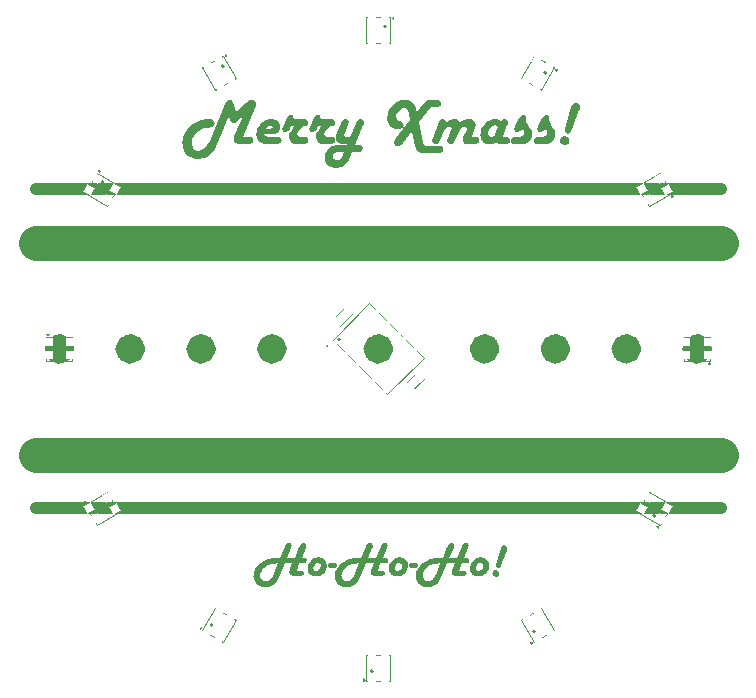
<source format=gto>
G04 #@! TF.GenerationSoftware,KiCad,Pcbnew,8.0.0*
G04 #@! TF.CreationDate,2024-12-09T22:18:02+01:00*
G04 #@! TF.ProjectId,xmasOrnament2024,786d6173-4f72-46e6-916d-656e74323032,rev?*
G04 #@! TF.SameCoordinates,Original*
G04 #@! TF.FileFunction,Legend,Top*
G04 #@! TF.FilePolarity,Positive*
%FSLAX46Y46*%
G04 Gerber Fmt 4.6, Leading zero omitted, Abs format (unit mm)*
G04 Created by KiCad (PCBNEW 8.0.0) date 2024-12-09 22:18:02*
%MOMM*%
%LPD*%
G01*
G04 APERTURE LIST*
G04 Aperture macros list*
%AMRotRect*
0 Rectangle, with rotation*
0 The origin of the aperture is its center*
0 $1 length*
0 $2 width*
0 $3 Rotation angle, in degrees counterclockwise*
0 Add horizontal line*
21,1,$1,$2,0,0,$3*%
G04 Aperture macros list end*
%ADD10C,1.250000*%
%ADD11C,3.000000*%
%ADD12C,1.000000*%
%ADD13C,0.100000*%
%ADD14C,0.200000*%
%ADD15R,0.700000X0.700000*%
%ADD16RotRect,0.700000X0.700000X30.000000*%
%ADD17RotRect,0.700000X0.700000X210.000000*%
%ADD18RotRect,1.350000X0.400000X45.000000*%
%ADD19RotRect,0.800000X0.950000X45.000000*%
%ADD20RotRect,0.700000X0.700000X330.000000*%
%ADD21RotRect,0.700000X0.700000X150.000000*%
%ADD22RotRect,0.700000X0.700000X240.000000*%
%ADD23RotRect,0.800000X0.950000X225.000000*%
%ADD24RotRect,0.700000X0.700000X300.000000*%
%ADD25RotRect,0.700000X0.700000X120.000000*%
%ADD26RotRect,0.700000X0.700000X60.000000*%
%ADD27C,0.100000*%
%ADD28O,1.200000X2.000000*%
%ADD29O,1.200000X2.300000*%
G04 APERTURE END LIST*
D10*
X123475000Y-95700000D02*
G75*
G02*
X122225000Y-95700000I-625000J0D01*
G01*
X122225000Y-95700000D02*
G75*
G02*
X123475000Y-95700000I625000J0D01*
G01*
D11*
X114850000Y-104700000D02*
X172850000Y-104700000D01*
D10*
X171475000Y-95700000D02*
G75*
G02*
X170225000Y-95700000I-625000J0D01*
G01*
X170225000Y-95700000D02*
G75*
G02*
X171475000Y-95700000I625000J0D01*
G01*
D12*
X114850000Y-82200000D02*
X172850000Y-82200000D01*
D10*
X135475000Y-95700000D02*
G75*
G02*
X134225000Y-95700000I-625000J0D01*
G01*
X134225000Y-95700000D02*
G75*
G02*
X135475000Y-95700000I625000J0D01*
G01*
X144475000Y-95700000D02*
G75*
G02*
X143225000Y-95700000I-625000J0D01*
G01*
X143225000Y-95700000D02*
G75*
G02*
X144475000Y-95700000I625000J0D01*
G01*
X153475000Y-95700000D02*
G75*
G02*
X152225000Y-95700000I-625000J0D01*
G01*
X152225000Y-95700000D02*
G75*
G02*
X153475000Y-95700000I625000J0D01*
G01*
D12*
X114850000Y-109200000D02*
X172850000Y-109200000D01*
D11*
X114850000Y-86700000D02*
X172850000Y-86700000D01*
D10*
X159475000Y-95700000D02*
G75*
G02*
X158225000Y-95700000I-625000J0D01*
G01*
X158225000Y-95700000D02*
G75*
G02*
X159475000Y-95700000I625000J0D01*
G01*
X129475000Y-95700000D02*
G75*
G02*
X128225000Y-95700000I-625000J0D01*
G01*
X128225000Y-95700000D02*
G75*
G02*
X129475000Y-95700000I625000J0D01*
G01*
X117475000Y-95700000D02*
G75*
G02*
X116225000Y-95700000I-625000J0D01*
G01*
X116225000Y-95700000D02*
G75*
G02*
X117475000Y-95700000I625000J0D01*
G01*
X165475000Y-95700000D02*
G75*
G02*
X164225000Y-95700000I-625000J0D01*
G01*
X164225000Y-95700000D02*
G75*
G02*
X165475000Y-95700000I625000J0D01*
G01*
D13*
G36*
X132433113Y-77734738D02*
G01*
X132877635Y-77734738D01*
X133079078Y-77758971D01*
X133241351Y-77886197D01*
X133259630Y-77982889D01*
X133207347Y-78174619D01*
X133125785Y-78260348D01*
X132941996Y-78340926D01*
X132751605Y-78360000D01*
X132229903Y-78360000D01*
X132033623Y-78343101D01*
X131840051Y-78274451D01*
X131788311Y-78239832D01*
X131667105Y-78082651D01*
X131632973Y-77894961D01*
X131669449Y-77691354D01*
X131741163Y-77492014D01*
X131748256Y-77474863D01*
X132454606Y-75809127D01*
X131924110Y-76396287D01*
X131773340Y-76534183D01*
X131585910Y-76608435D01*
X131564585Y-76609267D01*
X131381159Y-76529888D01*
X131290034Y-76348495D01*
X131276378Y-76291751D01*
X131199198Y-75936133D01*
X130528995Y-77593077D01*
X130444869Y-77797768D01*
X130365902Y-77985392D01*
X130274449Y-78195923D01*
X130191059Y-78379787D01*
X130101631Y-78565225D01*
X130000454Y-78752742D01*
X129890287Y-78919358D01*
X129763118Y-79072990D01*
X129618948Y-79213640D01*
X129531508Y-79286168D01*
X129342679Y-79412553D01*
X129142070Y-79507895D01*
X128929680Y-79572196D01*
X128705509Y-79605455D01*
X128572122Y-79610523D01*
X128363557Y-79597643D01*
X128170174Y-79559003D01*
X127963748Y-79481365D01*
X127777985Y-79368665D01*
X127635206Y-79244159D01*
X127495118Y-79073215D01*
X127389437Y-78880954D01*
X127318164Y-78667375D01*
X127284458Y-78467340D01*
X127275681Y-78288681D01*
X127289491Y-78052023D01*
X127330921Y-77824428D01*
X127399973Y-77605898D01*
X127496644Y-77396431D01*
X127620936Y-77196028D01*
X127772848Y-77004688D01*
X127841347Y-76930690D01*
X128003219Y-76781946D01*
X128160384Y-76664218D01*
X128332042Y-76558083D01*
X128518193Y-76463542D01*
X128602408Y-76426573D01*
X128801361Y-76351580D01*
X128999005Y-76295006D01*
X129195340Y-76256852D01*
X129390366Y-76237117D01*
X129501221Y-76234110D01*
X129703455Y-76258778D01*
X129860747Y-76332784D01*
X129979638Y-76489201D01*
X129995569Y-76593635D01*
X129939851Y-76782542D01*
X129852931Y-76872072D01*
X129666711Y-76938231D01*
X129534438Y-76956092D01*
X129336728Y-76980569D01*
X129124905Y-77022844D01*
X128933372Y-77079892D01*
X128739321Y-77163179D01*
X128652233Y-77212058D01*
X128489888Y-77329123D01*
X128349677Y-77466605D01*
X128231601Y-77624504D01*
X128210642Y-77658534D01*
X128117753Y-77850830D01*
X128063421Y-78048899D01*
X128047488Y-78233970D01*
X128066305Y-78438115D01*
X128129755Y-78623954D01*
X128206734Y-78738087D01*
X128368702Y-78864311D01*
X128559620Y-78918227D01*
X128643441Y-78922735D01*
X128843071Y-78895067D01*
X129025528Y-78812062D01*
X129190812Y-78673722D01*
X129221808Y-78639413D01*
X129347898Y-78470580D01*
X129463136Y-78278273D01*
X129565557Y-78080321D01*
X129653480Y-77892011D01*
X129743740Y-77682473D01*
X129762073Y-77638018D01*
X130853350Y-74962093D01*
X130952230Y-74775591D01*
X131096578Y-74642967D01*
X131238277Y-74608429D01*
X131432083Y-74661735D01*
X131480565Y-74703196D01*
X131583376Y-74875768D01*
X131635904Y-75032435D01*
X131803943Y-75633272D01*
X132628507Y-74862442D01*
X132794821Y-74728490D01*
X132969832Y-74638445D01*
X133136532Y-74608429D01*
X133330937Y-74651766D01*
X133414969Y-74709057D01*
X133520233Y-74874513D01*
X133529274Y-74951346D01*
X133485311Y-75148695D01*
X133421808Y-75302079D01*
X132433113Y-77734738D01*
G37*
G36*
X134956988Y-76252237D02*
G01*
X135157334Y-76314052D01*
X135323971Y-76419734D01*
X135457328Y-76574844D01*
X135529135Y-76763201D01*
X135542813Y-76907243D01*
X135513332Y-77116586D01*
X135412802Y-77304328D01*
X135259501Y-77436333D01*
X135240928Y-77447508D01*
X135047328Y-77519035D01*
X134840515Y-77544726D01*
X134740719Y-77547159D01*
X134190684Y-77547159D01*
X134312042Y-77708360D01*
X134501361Y-77734738D01*
X135318109Y-77734738D01*
X135515013Y-77764868D01*
X135655513Y-77916268D01*
X135663957Y-77989727D01*
X135611364Y-78186016D01*
X135541836Y-78262302D01*
X135362374Y-78343876D01*
X135199896Y-78360000D01*
X134422226Y-78360000D01*
X134217856Y-78346688D01*
X134019032Y-78299891D01*
X133836728Y-78208376D01*
X133760817Y-78147020D01*
X133631773Y-77977392D01*
X133560942Y-77782914D01*
X133535045Y-77575091D01*
X133534159Y-77524689D01*
X133551316Y-77301226D01*
X133602788Y-77091601D01*
X133622352Y-77046950D01*
X134322575Y-77046950D01*
X134625436Y-77046950D01*
X134824777Y-77024510D01*
X134910712Y-76929713D01*
X134763892Y-76798921D01*
X134721180Y-76796845D01*
X134520343Y-76844717D01*
X134370689Y-76974898D01*
X134322575Y-77046950D01*
X133622352Y-77046950D01*
X133688573Y-76895813D01*
X133808673Y-76713864D01*
X133892708Y-76616106D01*
X134056071Y-76467261D01*
X134232431Y-76354976D01*
X134421786Y-76279248D01*
X134624139Y-76240078D01*
X134745604Y-76234110D01*
X134956988Y-76252237D01*
G37*
G36*
X136442603Y-76859371D02*
G01*
X136348814Y-77073328D01*
X136243438Y-77247763D01*
X136069171Y-77355108D01*
X136019575Y-77359581D01*
X135828388Y-77299403D01*
X135812457Y-77286308D01*
X135730391Y-77103614D01*
X135783628Y-76909956D01*
X135790963Y-76891612D01*
X136101640Y-76133482D01*
X136208405Y-75955735D01*
X136382306Y-75861366D01*
X136420133Y-75858953D01*
X136606337Y-75926459D01*
X136670237Y-76050439D01*
X136691731Y-76135436D01*
X136741556Y-76217501D01*
X136903734Y-76234110D01*
X137546581Y-76234110D01*
X137751828Y-76265164D01*
X137894409Y-76407602D01*
X137907083Y-76496915D01*
X137862528Y-76688054D01*
X137710595Y-76816542D01*
X137506086Y-76857956D01*
X137450838Y-76859371D01*
X137420552Y-76885750D01*
X137272140Y-77031631D01*
X137137801Y-77185331D01*
X137026492Y-77356841D01*
X136983845Y-77512965D01*
X137063598Y-77692289D01*
X137235904Y-77734738D01*
X137582729Y-77734738D01*
X137781301Y-77764522D01*
X137922992Y-77914182D01*
X137931508Y-77986796D01*
X137883804Y-78177764D01*
X137809386Y-78262302D01*
X137629925Y-78343876D01*
X137467446Y-78360000D01*
X136928158Y-78360000D01*
X136721549Y-78328719D01*
X136547834Y-78234878D01*
X136478751Y-78170467D01*
X136366157Y-77997768D01*
X136313172Y-77805152D01*
X136304850Y-77678073D01*
X136331044Y-77476890D01*
X136397662Y-77304870D01*
X136507030Y-77130160D01*
X136631267Y-76970849D01*
X136727879Y-76859371D01*
X136442603Y-76859371D01*
G37*
G36*
X138728716Y-76859371D02*
G01*
X138634927Y-77073328D01*
X138529551Y-77247763D01*
X138355284Y-77355108D01*
X138305688Y-77359581D01*
X138114501Y-77299403D01*
X138098570Y-77286308D01*
X138016504Y-77103614D01*
X138069741Y-76909956D01*
X138077076Y-76891612D01*
X138387753Y-76133482D01*
X138494518Y-75955735D01*
X138668419Y-75861366D01*
X138706246Y-75858953D01*
X138892451Y-75926459D01*
X138956351Y-76050439D01*
X138977844Y-76135436D01*
X139027669Y-76217501D01*
X139189847Y-76234110D01*
X139832694Y-76234110D01*
X140037941Y-76265164D01*
X140180522Y-76407602D01*
X140193196Y-76496915D01*
X140148641Y-76688054D01*
X139996708Y-76816542D01*
X139792199Y-76857956D01*
X139736951Y-76859371D01*
X139706665Y-76885750D01*
X139558253Y-77031631D01*
X139423914Y-77185331D01*
X139312605Y-77356841D01*
X139269958Y-77512965D01*
X139349711Y-77692289D01*
X139522017Y-77734738D01*
X139868842Y-77734738D01*
X140067414Y-77764522D01*
X140209105Y-77914182D01*
X140217621Y-77986796D01*
X140169917Y-78177764D01*
X140095499Y-78262302D01*
X139916038Y-78343876D01*
X139753559Y-78360000D01*
X139214271Y-78360000D01*
X139007663Y-78328719D01*
X138833947Y-78234878D01*
X138764864Y-78170467D01*
X138652270Y-77997768D01*
X138599285Y-77805152D01*
X138590963Y-77678073D01*
X138617157Y-77476890D01*
X138683776Y-77304870D01*
X138793143Y-77130160D01*
X138917380Y-76970849D01*
X139013992Y-76859371D01*
X138728716Y-76859371D01*
G37*
G36*
X142558519Y-76297497D02*
G01*
X142574076Y-76311290D01*
X142655085Y-76495669D01*
X142655164Y-76502777D01*
X142614131Y-76684494D01*
X142580914Y-76757766D01*
X141896057Y-78422526D01*
X142215527Y-78422526D01*
X142414099Y-78452656D01*
X142555791Y-78604056D01*
X142564306Y-78677515D01*
X142511292Y-78873803D01*
X142441207Y-78950090D01*
X142261746Y-79031664D01*
X142099267Y-79047787D01*
X141654746Y-79047787D01*
X141576664Y-79246677D01*
X141494481Y-79424155D01*
X141404432Y-79602284D01*
X141366539Y-79674026D01*
X141244928Y-79871887D01*
X141107241Y-80036211D01*
X140953478Y-80167001D01*
X140783638Y-80264254D01*
X140597723Y-80327972D01*
X140395731Y-80358154D01*
X140310433Y-80360837D01*
X140108810Y-80344106D01*
X139902129Y-80285288D01*
X139716778Y-80184120D01*
X139605060Y-80093147D01*
X139466685Y-79932920D01*
X139373597Y-79752291D01*
X139325796Y-79551260D01*
X139318920Y-79432714D01*
X139981194Y-79432714D01*
X140038594Y-79619503D01*
X140068144Y-79652533D01*
X140247193Y-79732656D01*
X140299686Y-79735575D01*
X140500562Y-79692562D01*
X140656281Y-79583168D01*
X140787653Y-79421284D01*
X140895730Y-79244971D01*
X140986589Y-79071498D01*
X140998221Y-79047787D01*
X140613294Y-79047787D01*
X140398479Y-79061320D01*
X140204034Y-79111315D01*
X140042922Y-79229725D01*
X139981194Y-79432714D01*
X139318920Y-79432714D01*
X139318807Y-79430760D01*
X139340651Y-79229351D01*
X139406185Y-79038384D01*
X139474145Y-78916873D01*
X139604388Y-78754849D01*
X139762108Y-78626346D01*
X139882519Y-78559302D01*
X140068232Y-78493184D01*
X140270160Y-78452579D01*
X140475297Y-78431074D01*
X140672263Y-78423060D01*
X140742254Y-78422526D01*
X141190684Y-78422526D01*
X141269819Y-78274026D01*
X141074913Y-78338506D01*
X140896616Y-78360000D01*
X140691726Y-78338705D01*
X140505112Y-78267574D01*
X140419854Y-78208569D01*
X140288721Y-78046639D01*
X140237874Y-77844781D01*
X140237160Y-77814849D01*
X140270523Y-77617234D01*
X140334248Y-77427274D01*
X140355374Y-77373258D01*
X140654327Y-76625875D01*
X140684613Y-76547718D01*
X140792489Y-76369169D01*
X140964332Y-76253710D01*
X141093964Y-76234110D01*
X141280641Y-76299102D01*
X141296197Y-76313244D01*
X141376969Y-76497571D01*
X141377286Y-76512547D01*
X141330204Y-76711391D01*
X141305967Y-76776329D01*
X141036323Y-77448485D01*
X140974060Y-77637506D01*
X140970866Y-77659511D01*
X141119243Y-77796726D01*
X141140859Y-77797264D01*
X141334116Y-77754949D01*
X141399756Y-77722037D01*
X141546803Y-77591043D01*
X141566818Y-77550090D01*
X141935136Y-76630760D01*
X141962492Y-76551625D01*
X142069045Y-76370852D01*
X142241112Y-76253954D01*
X142371843Y-76234110D01*
X142558519Y-76297497D01*
G37*
G36*
X147304571Y-76520362D02*
G01*
X147651396Y-78304312D01*
X147733461Y-78447927D01*
X147929466Y-78484907D01*
X147948395Y-78485052D01*
X148991801Y-78485052D01*
X149193244Y-78509094D01*
X149355517Y-78635318D01*
X149373796Y-78731249D01*
X149321513Y-78924658D01*
X149239951Y-79010662D01*
X149056162Y-79091240D01*
X148865771Y-79110314D01*
X147824320Y-79110314D01*
X147675820Y-79110314D01*
X147469503Y-79095421D01*
X147270697Y-79033391D01*
X147198081Y-78984284D01*
X147078998Y-78819120D01*
X147008771Y-78619291D01*
X146986078Y-78518269D01*
X146741836Y-77225736D01*
X145936811Y-78244717D01*
X145876239Y-78321898D01*
X145736105Y-78459422D01*
X145550117Y-78542068D01*
X145485450Y-78547578D01*
X145293502Y-78486952D01*
X145257816Y-78455743D01*
X145170152Y-78273618D01*
X145166958Y-78222247D01*
X145227854Y-78023792D01*
X145336115Y-77857829D01*
X145359421Y-77827550D01*
X146552303Y-76321060D01*
X146444836Y-75752463D01*
X146387561Y-75552855D01*
X146274408Y-75383545D01*
X146096605Y-75300227D01*
X146038416Y-75296217D01*
X145837538Y-75334914D01*
X145664705Y-75439328D01*
X145569470Y-75530690D01*
X145448213Y-75697316D01*
X145373337Y-75891467D01*
X145356490Y-76045554D01*
X145399355Y-76240185D01*
X145557716Y-76377656D01*
X145661305Y-76407034D01*
X145849309Y-76469058D01*
X145979912Y-76625822D01*
X145991522Y-76711849D01*
X145937330Y-76902587D01*
X145852792Y-76996147D01*
X145674464Y-77087784D01*
X145504990Y-77109476D01*
X145302920Y-77087142D01*
X145100694Y-77009939D01*
X144938759Y-76893306D01*
X144872889Y-76827131D01*
X144749628Y-76657407D01*
X144666706Y-76466972D01*
X144624125Y-76255826D01*
X144617900Y-76129574D01*
X144633974Y-75907317D01*
X144682197Y-75695570D01*
X144762568Y-75494333D01*
X144875087Y-75303606D01*
X145019756Y-75123389D01*
X145075122Y-75065652D01*
X145221864Y-74933933D01*
X145407336Y-74805339D01*
X145603043Y-74708893D01*
X145808985Y-74644596D01*
X146025163Y-74612448D01*
X146137090Y-74608429D01*
X146351719Y-74628656D01*
X146544976Y-74689335D01*
X146716862Y-74790467D01*
X146748674Y-74815547D01*
X146888904Y-74959746D01*
X146995741Y-75134666D01*
X147063344Y-75318360D01*
X147079868Y-75385122D01*
X147137509Y-75649881D01*
X147747139Y-74902498D01*
X147851675Y-74774515D01*
X147998221Y-74639692D01*
X148192313Y-74608704D01*
X148219993Y-74608429D01*
X148799337Y-74608429D01*
X148999750Y-74632663D01*
X149161194Y-74759889D01*
X149179379Y-74856580D01*
X149127859Y-75050448D01*
X149047488Y-75135994D01*
X148864180Y-75214991D01*
X148673308Y-75233691D01*
X148307921Y-75233691D01*
X147304571Y-76520362D01*
G37*
G36*
X151745883Y-77734738D02*
G01*
X152073168Y-77734738D01*
X152270072Y-77764868D01*
X152410573Y-77916268D01*
X152419016Y-77989727D01*
X152366002Y-78186016D01*
X152295918Y-78262302D01*
X152117490Y-78343876D01*
X151956909Y-78360000D01*
X151399058Y-78360000D01*
X151199008Y-78323745D01*
X151104990Y-78267187D01*
X150999660Y-78094080D01*
X150992638Y-78021967D01*
X151034404Y-77824314D01*
X151066888Y-77739623D01*
X151324808Y-77130969D01*
X151347279Y-77032295D01*
X151236368Y-76867646D01*
X151165562Y-76859371D01*
X150974389Y-76915708D01*
X150888102Y-76978562D01*
X150757943Y-77127260D01*
X150668284Y-77295101D01*
X150360538Y-78012198D01*
X150252956Y-78195609D01*
X150088092Y-78326034D01*
X149920900Y-78360000D01*
X149733476Y-78293985D01*
X149728437Y-78289658D01*
X149649302Y-78123572D01*
X149690335Y-77946741D01*
X149720621Y-77877376D01*
X150031298Y-77152463D01*
X150072331Y-77002009D01*
X150016644Y-76902358D01*
X149888660Y-76859371D01*
X149699135Y-76907280D01*
X149538931Y-77051007D01*
X149429666Y-77239870D01*
X149418737Y-77264815D01*
X149096337Y-78009267D01*
X148989041Y-78194223D01*
X148825277Y-78325748D01*
X148659630Y-78360000D01*
X148471289Y-78292152D01*
X148466190Y-78287704D01*
X148385101Y-78111849D01*
X148426134Y-77926224D01*
X148456420Y-77851974D01*
X149003524Y-76515478D01*
X149106198Y-76344019D01*
X149280135Y-76240979D01*
X149349372Y-76234110D01*
X149543301Y-76290530D01*
X149646371Y-76459790D01*
X149815388Y-76346217D01*
X149949233Y-76279050D01*
X150145519Y-76237665D01*
X150237439Y-76234110D01*
X150449606Y-76261682D01*
X150641336Y-76355705D01*
X150777768Y-76499084D01*
X150789428Y-76516454D01*
X150948125Y-76392929D01*
X151138191Y-76296148D01*
X151340467Y-76244036D01*
X151482101Y-76234110D01*
X151682074Y-76258618D01*
X151865332Y-76339829D01*
X151922715Y-76382609D01*
X152050341Y-76536854D01*
X152100350Y-76734508D01*
X152100524Y-76747997D01*
X152069232Y-76947750D01*
X152039951Y-77028387D01*
X151745883Y-77734738D01*
G37*
G36*
X154750145Y-76297497D02*
G01*
X154765702Y-76311290D01*
X154846711Y-76492859D01*
X154846790Y-76499846D01*
X154802826Y-76684494D01*
X154772540Y-76757766D01*
X154376867Y-77734738D01*
X154679728Y-77734738D01*
X154876632Y-77764522D01*
X155017132Y-77914182D01*
X155025576Y-77986796D01*
X154972141Y-78183926D01*
X154901501Y-78261325D01*
X154722257Y-78343714D01*
X154561515Y-78360000D01*
X154209805Y-78360000D01*
X154011235Y-78310907D01*
X153888381Y-78163628D01*
X153723149Y-78290771D01*
X153538106Y-78356931D01*
X153489777Y-78360000D01*
X153176169Y-78360000D01*
X152982361Y-78334718D01*
X152802271Y-78249469D01*
X152688660Y-78146043D01*
X152575545Y-77966433D01*
X152517719Y-77769445D01*
X152503036Y-77585261D01*
X152513418Y-77451416D01*
X153151745Y-77451416D01*
X153195315Y-77645093D01*
X153379379Y-77734738D01*
X153448744Y-77734738D01*
X153645792Y-77682901D01*
X153748674Y-77551067D01*
X153941138Y-77075282D01*
X153979240Y-76917990D01*
X153905967Y-76790006D01*
X153732066Y-76734319D01*
X153533741Y-76792693D01*
X153376918Y-76926087D01*
X153341277Y-76967815D01*
X153225781Y-77145273D01*
X153160814Y-77342790D01*
X153151745Y-77451416D01*
X152513418Y-77451416D01*
X152520427Y-77361063D01*
X152572599Y-77147525D01*
X152659554Y-76944645D01*
X152781289Y-76752424D01*
X152866469Y-76647369D01*
X153006455Y-76506925D01*
X153178193Y-76379800D01*
X153359000Y-76292224D01*
X153548877Y-76244199D01*
X153690056Y-76234110D01*
X153891366Y-76254241D01*
X154084073Y-76331544D01*
X154203943Y-76440251D01*
X154340559Y-76299334D01*
X154536075Y-76234915D01*
X154563468Y-76234110D01*
X154750145Y-76297497D01*
G37*
G36*
X156029903Y-76983447D02*
G01*
X155978123Y-77102637D01*
X155862924Y-77268998D01*
X155675102Y-77357323D01*
X155634229Y-77359581D01*
X155449046Y-77296193D01*
X155431996Y-77282400D01*
X155343092Y-77104591D01*
X155395978Y-76909964D01*
X155423203Y-76853510D01*
X155788591Y-76121758D01*
X155908465Y-75951602D01*
X156086549Y-75861263D01*
X156123692Y-75858953D01*
X156307362Y-75930272D01*
X156384543Y-76097334D01*
X156367935Y-76205778D01*
X156357188Y-76314221D01*
X156397992Y-76513432D01*
X156486148Y-76671793D01*
X156642464Y-76891612D01*
X156747183Y-77058246D01*
X156829228Y-77242353D01*
X156875978Y-77442746D01*
X156881822Y-77541297D01*
X156856539Y-77748637D01*
X156780690Y-77933460D01*
X156654275Y-78095767D01*
X156622924Y-78125526D01*
X156449321Y-78249174D01*
X156250912Y-78327027D01*
X156051134Y-78357939D01*
X155980077Y-78360000D01*
X155406595Y-78360000D01*
X155207466Y-78330215D01*
X155065378Y-78180555D01*
X155056839Y-78107941D01*
X155109853Y-77911232D01*
X155179937Y-77834389D01*
X155360341Y-77751184D01*
X155521877Y-77734738D01*
X155840370Y-77734738D01*
X156041813Y-77707738D01*
X156198491Y-77579216D01*
X156222366Y-77458255D01*
X156171593Y-77261062D01*
X156151047Y-77218897D01*
X156029903Y-76983447D01*
G37*
G36*
X157983845Y-76983447D02*
G01*
X157932066Y-77102637D01*
X157816867Y-77268998D01*
X157629044Y-77357323D01*
X157588172Y-77359581D01*
X157402989Y-77296193D01*
X157385939Y-77282400D01*
X157297034Y-77104591D01*
X157349921Y-76909964D01*
X157377146Y-76853510D01*
X157742533Y-76121758D01*
X157862408Y-75951602D01*
X158040492Y-75861263D01*
X158077635Y-75858953D01*
X158261305Y-75930272D01*
X158338486Y-76097334D01*
X158321877Y-76205778D01*
X158311131Y-76314221D01*
X158351935Y-76513432D01*
X158440091Y-76671793D01*
X158596406Y-76891612D01*
X158701125Y-77058246D01*
X158783171Y-77242353D01*
X158829921Y-77442746D01*
X158835764Y-77541297D01*
X158810481Y-77748637D01*
X158734633Y-77933460D01*
X158608218Y-78095767D01*
X158576867Y-78125526D01*
X158403264Y-78249174D01*
X158204855Y-78327027D01*
X158005077Y-78357939D01*
X157934020Y-78360000D01*
X157360538Y-78360000D01*
X157161409Y-78330215D01*
X157019321Y-78180555D01*
X157010782Y-78107941D01*
X157063796Y-77911232D01*
X157133880Y-77834389D01*
X157314284Y-77751184D01*
X157475820Y-77734738D01*
X157794313Y-77734738D01*
X157995756Y-77707738D01*
X158152434Y-77579216D01*
X158176309Y-77458255D01*
X158125536Y-77261062D01*
X158104990Y-77218897D01*
X157983845Y-76983447D01*
G37*
G36*
X159632973Y-77672212D02*
G01*
X159827127Y-77724392D01*
X159901640Y-77782609D01*
X160003902Y-77954724D01*
X160014969Y-78046392D01*
X159961403Y-78238741D01*
X159901640Y-78312128D01*
X159726377Y-78411745D01*
X159632973Y-78422526D01*
X159435713Y-78370345D01*
X159360398Y-78312128D01*
X159259018Y-78139089D01*
X159248046Y-78046392D01*
X159301150Y-77855806D01*
X159360398Y-77782609D01*
X159537928Y-77682993D01*
X159632973Y-77672212D01*
G37*
G36*
X160866888Y-75472072D02*
G01*
X160264097Y-77074305D01*
X160183557Y-77253824D01*
X160060254Y-77416913D01*
X159895778Y-77484633D01*
X159713085Y-77410383D01*
X159637858Y-77227690D01*
X159668144Y-77052812D01*
X160187893Y-75204382D01*
X160268073Y-75022001D01*
X160427650Y-74885891D01*
X160574773Y-74858534D01*
X160768229Y-74909005D01*
X160830740Y-74956231D01*
X160928742Y-75126041D01*
X160935276Y-75193635D01*
X160896808Y-75385793D01*
X160866888Y-75472072D01*
G37*
G36*
X137678217Y-112174618D02*
G01*
X137700209Y-112192138D01*
X137767754Y-112324510D01*
X137768353Y-112340882D01*
X137734556Y-112487062D01*
X137708269Y-112554839D01*
X137358025Y-113397477D01*
X137517027Y-113397477D01*
X137572714Y-113397477D01*
X137720731Y-113429160D01*
X137799317Y-113555144D01*
X137801326Y-113589452D01*
X137757779Y-113735691D01*
X137700209Y-113793150D01*
X137562934Y-113852398D01*
X137422505Y-113866423D01*
X137158723Y-113866423D01*
X136929379Y-114476053D01*
X137286218Y-114476053D01*
X137339707Y-114476053D01*
X137489147Y-114507737D01*
X137568488Y-114633720D01*
X137570516Y-114668028D01*
X137526969Y-114814268D01*
X137469400Y-114871727D01*
X137331429Y-114930975D01*
X137189497Y-114945000D01*
X136766713Y-114945000D01*
X136617850Y-114929521D01*
X136480044Y-114873192D01*
X136449442Y-114851210D01*
X136357965Y-114732327D01*
X136332205Y-114595488D01*
X136354716Y-114448487D01*
X136379832Y-114376402D01*
X136412805Y-114294337D01*
X136583531Y-113866423D01*
X135926273Y-113866423D01*
X135524738Y-114857072D01*
X135443397Y-115040397D01*
X135354894Y-115205691D01*
X135259230Y-115352952D01*
X135156405Y-115482181D01*
X135046418Y-115593378D01*
X134929270Y-115686544D01*
X134761933Y-115782714D01*
X134581865Y-115846828D01*
X134389066Y-115878885D01*
X134287892Y-115882892D01*
X134129511Y-115873335D01*
X133981898Y-115844664D01*
X133823292Y-115787057D01*
X133679341Y-115703434D01*
X133567620Y-115611050D01*
X133457129Y-115485322D01*
X133373776Y-115345358D01*
X133317562Y-115191160D01*
X133288485Y-115022726D01*
X133284054Y-114920087D01*
X133287787Y-114862201D01*
X133857048Y-114862201D01*
X133875286Y-115015009D01*
X133936206Y-115157064D01*
X133986741Y-115223436D01*
X134103363Y-115316421D01*
X134254110Y-115363545D01*
X134314271Y-115367051D01*
X134473004Y-115341781D01*
X134621124Y-115265969D01*
X134736450Y-115164185D01*
X134844405Y-115027303D01*
X134925464Y-114892526D01*
X135001805Y-114735287D01*
X135038206Y-114648244D01*
X135351082Y-113866423D01*
X135239707Y-113866423D01*
X135091123Y-113870842D01*
X134916148Y-113888796D01*
X134753124Y-113920559D01*
X134602048Y-113966133D01*
X134462923Y-114025517D01*
X134335747Y-114098711D01*
X134265178Y-114149256D01*
X134144230Y-114255288D01*
X134042331Y-114371883D01*
X133966225Y-114487044D01*
X133899695Y-114629102D01*
X133862272Y-114781137D01*
X133857048Y-114862201D01*
X133287787Y-114862201D01*
X133294358Y-114760306D01*
X133325270Y-114604098D01*
X133376790Y-114451461D01*
X133448918Y-114302397D01*
X133527568Y-114177134D01*
X133619260Y-114059726D01*
X133723996Y-113950172D01*
X133841775Y-113848471D01*
X133914934Y-113793883D01*
X134046916Y-113709482D01*
X134189340Y-113634331D01*
X134342206Y-113568432D01*
X134484528Y-113518358D01*
X134505513Y-113511782D01*
X134652413Y-113470955D01*
X134798192Y-113440155D01*
X134963422Y-113417235D01*
X135127187Y-113407412D01*
X135167899Y-113407002D01*
X135460258Y-113399675D01*
X135551116Y-113397477D01*
X135952652Y-112431741D01*
X135975366Y-112373122D01*
X136051602Y-112245610D01*
X136173876Y-112154935D01*
X136301430Y-112131322D01*
X136443271Y-112170503D01*
X136469958Y-112190673D01*
X136537836Y-112324496D01*
X136538102Y-112335020D01*
X136502771Y-112484876D01*
X136480216Y-112542383D01*
X136126308Y-113397477D01*
X136783566Y-113397477D01*
X137181437Y-112439801D01*
X137205617Y-112378984D01*
X137283155Y-112248381D01*
X137406803Y-112155508D01*
X137535345Y-112131322D01*
X137678217Y-112174618D01*
G37*
G36*
X138971515Y-113365478D02*
G01*
X139114464Y-113410165D01*
X139253582Y-113494758D01*
X139303419Y-113538893D01*
X139396574Y-113652933D01*
X139464323Y-113798677D01*
X139493116Y-113946977D01*
X139496127Y-114018098D01*
X139484179Y-114168373D01*
X139448334Y-114317956D01*
X139395010Y-114453339D01*
X139318480Y-114591225D01*
X139227922Y-114708677D01*
X139133426Y-114797721D01*
X139003806Y-114878832D01*
X138912142Y-114913492D01*
X138764636Y-114938077D01*
X138616675Y-114944876D01*
X138591207Y-114945000D01*
X138437059Y-114940008D01*
X138282757Y-114919729D01*
X138138381Y-114865132D01*
X138017527Y-114759711D01*
X137931202Y-114631758D01*
X137879407Y-114481274D01*
X137862412Y-114331118D01*
X137862142Y-114308258D01*
X137866220Y-114258433D01*
X138358932Y-114258433D01*
X138403192Y-114399334D01*
X138535972Y-114468403D01*
X138627111Y-114476053D01*
X138772877Y-114451238D01*
X138868179Y-114388126D01*
X138958791Y-114263951D01*
X139004713Y-114114806D01*
X139008130Y-114057665D01*
X138966538Y-113916003D01*
X138939986Y-113885474D01*
X138802164Y-113821847D01*
X138762666Y-113819528D01*
X138616853Y-113853784D01*
X138492131Y-113948119D01*
X138484229Y-113956549D01*
X138398577Y-114081771D01*
X138360033Y-114227766D01*
X138358932Y-114258433D01*
X137866220Y-114258433D01*
X137875641Y-114143336D01*
X137916138Y-113988371D01*
X137983633Y-113843364D01*
X138078125Y-113708314D01*
X138144243Y-113635614D01*
X138272856Y-113524552D01*
X138411216Y-113440768D01*
X138559324Y-113384263D01*
X138717179Y-113355036D01*
X138811758Y-113350582D01*
X138971515Y-113365478D01*
G37*
G36*
X139795813Y-113866423D02*
G01*
X140133601Y-113866423D01*
X140173168Y-113866423D01*
X140319897Y-113913135D01*
X140368807Y-114053269D01*
X140319897Y-114194502D01*
X140173168Y-114241580D01*
X140133601Y-114241580D01*
X139795813Y-114241580D01*
X139756978Y-114241580D01*
X139615562Y-114190289D01*
X139561340Y-114053269D01*
X139614829Y-113918447D01*
X139756978Y-113866423D01*
X139795813Y-113866423D01*
G37*
G36*
X144554141Y-112174618D02*
G01*
X144576134Y-112192138D01*
X144643679Y-112324510D01*
X144644278Y-112340882D01*
X144610481Y-112487062D01*
X144584194Y-112554839D01*
X144233950Y-113397477D01*
X144392952Y-113397477D01*
X144448639Y-113397477D01*
X144596656Y-113429160D01*
X144675241Y-113555144D01*
X144677250Y-113589452D01*
X144633703Y-113735691D01*
X144576134Y-113793150D01*
X144438859Y-113852398D01*
X144298430Y-113866423D01*
X144034647Y-113866423D01*
X143805303Y-114476053D01*
X144162142Y-114476053D01*
X144215631Y-114476053D01*
X144365072Y-114507737D01*
X144444412Y-114633720D01*
X144446441Y-114668028D01*
X144402894Y-114814268D01*
X144345324Y-114871727D01*
X144207354Y-114930975D01*
X144065422Y-114945000D01*
X143642638Y-114945000D01*
X143493774Y-114929521D01*
X143355969Y-114873192D01*
X143325366Y-114851210D01*
X143233890Y-114732327D01*
X143208130Y-114595488D01*
X143230641Y-114448487D01*
X143255757Y-114376402D01*
X143288730Y-114294337D01*
X143459456Y-113866423D01*
X142802198Y-113866423D01*
X142400663Y-114857072D01*
X142319321Y-115040397D01*
X142230819Y-115205691D01*
X142135155Y-115352952D01*
X142032329Y-115482181D01*
X141922343Y-115593378D01*
X141805195Y-115686544D01*
X141637858Y-115782714D01*
X141457790Y-115846828D01*
X141264991Y-115878885D01*
X141163817Y-115882892D01*
X141005436Y-115873335D01*
X140857823Y-115844664D01*
X140699216Y-115787057D01*
X140555266Y-115703434D01*
X140443545Y-115611050D01*
X140333054Y-115485322D01*
X140249701Y-115345358D01*
X140193486Y-115191160D01*
X140164410Y-115022726D01*
X140159979Y-114920087D01*
X140163712Y-114862201D01*
X140732973Y-114862201D01*
X140751211Y-115015009D01*
X140812131Y-115157064D01*
X140862666Y-115223436D01*
X140979288Y-115316421D01*
X141130035Y-115363545D01*
X141190195Y-115367051D01*
X141348928Y-115341781D01*
X141497048Y-115265969D01*
X141612374Y-115164185D01*
X141720330Y-115027303D01*
X141801388Y-114892526D01*
X141877729Y-114735287D01*
X141914131Y-114648244D01*
X142227006Y-113866423D01*
X142115631Y-113866423D01*
X141967048Y-113870842D01*
X141792073Y-113888796D01*
X141629048Y-113920559D01*
X141477973Y-113966133D01*
X141338848Y-114025517D01*
X141211672Y-114098711D01*
X141141102Y-114149256D01*
X141020155Y-114255288D01*
X140918256Y-114371883D01*
X140842149Y-114487044D01*
X140775620Y-114629102D01*
X140738197Y-114781137D01*
X140732973Y-114862201D01*
X140163712Y-114862201D01*
X140170283Y-114760306D01*
X140201195Y-114604098D01*
X140252715Y-114451461D01*
X140324843Y-114302397D01*
X140403492Y-114177134D01*
X140495185Y-114059726D01*
X140599921Y-113950172D01*
X140717700Y-113848471D01*
X140790858Y-113793883D01*
X140922841Y-113709482D01*
X141065265Y-113634331D01*
X141218131Y-113568432D01*
X141360453Y-113518358D01*
X141381437Y-113511782D01*
X141528338Y-113470955D01*
X141674117Y-113440155D01*
X141839347Y-113417235D01*
X142003112Y-113407412D01*
X142043824Y-113407002D01*
X142336183Y-113399675D01*
X142427041Y-113397477D01*
X142828576Y-112431741D01*
X142851291Y-112373122D01*
X142927526Y-112245610D01*
X143049800Y-112154935D01*
X143177355Y-112131322D01*
X143319195Y-112170503D01*
X143345883Y-112190673D01*
X143413760Y-112324496D01*
X143414026Y-112335020D01*
X143378696Y-112484876D01*
X143356141Y-112542383D01*
X143002233Y-113397477D01*
X143659490Y-113397477D01*
X144057362Y-112439801D01*
X144081542Y-112378984D01*
X144159080Y-112248381D01*
X144282728Y-112155508D01*
X144411270Y-112131322D01*
X144554141Y-112174618D01*
G37*
G36*
X145847440Y-113365478D02*
G01*
X145990389Y-113410165D01*
X146129507Y-113494758D01*
X146179344Y-113538893D01*
X146272498Y-113652933D01*
X146340247Y-113798677D01*
X146369040Y-113946977D01*
X146372052Y-114018098D01*
X146360103Y-114168373D01*
X146324258Y-114317956D01*
X146270935Y-114453339D01*
X146194404Y-114591225D01*
X146103847Y-114708677D01*
X146009351Y-114797721D01*
X145879731Y-114878832D01*
X145788067Y-114913492D01*
X145640561Y-114938077D01*
X145492600Y-114944876D01*
X145467132Y-114945000D01*
X145312984Y-114940008D01*
X145158682Y-114919729D01*
X145014306Y-114865132D01*
X144893451Y-114759711D01*
X144807127Y-114631758D01*
X144755332Y-114481274D01*
X144738337Y-114331118D01*
X144738067Y-114308258D01*
X144742145Y-114258433D01*
X145234857Y-114258433D01*
X145279117Y-114399334D01*
X145411897Y-114468403D01*
X145503035Y-114476053D01*
X145648802Y-114451238D01*
X145744103Y-114388126D01*
X145834716Y-114263951D01*
X145880638Y-114114806D01*
X145884054Y-114057665D01*
X145842463Y-113916003D01*
X145815911Y-113885474D01*
X145678089Y-113821847D01*
X145638590Y-113819528D01*
X145492777Y-113853784D01*
X145368056Y-113948119D01*
X145360153Y-113956549D01*
X145274501Y-114081771D01*
X145235958Y-114227766D01*
X145234857Y-114258433D01*
X144742145Y-114258433D01*
X144751566Y-114143336D01*
X144792063Y-113988371D01*
X144859557Y-113843364D01*
X144954050Y-113708314D01*
X145020167Y-113635614D01*
X145148781Y-113524552D01*
X145287141Y-113440768D01*
X145435249Y-113384263D01*
X145593104Y-113355036D01*
X145687683Y-113350582D01*
X145847440Y-113365478D01*
G37*
G36*
X146671738Y-113866423D02*
G01*
X147009525Y-113866423D01*
X147049093Y-113866423D01*
X147195822Y-113913135D01*
X147244731Y-114053269D01*
X147195822Y-114194502D01*
X147049093Y-114241580D01*
X147009525Y-114241580D01*
X146671738Y-114241580D01*
X146632903Y-114241580D01*
X146491486Y-114190289D01*
X146437264Y-114053269D01*
X146490754Y-113918447D01*
X146632903Y-113866423D01*
X146671738Y-113866423D01*
G37*
G36*
X151430066Y-112174618D02*
G01*
X151452059Y-112192138D01*
X151519603Y-112324510D01*
X151520202Y-112340882D01*
X151486405Y-112487062D01*
X151460119Y-112554839D01*
X151109874Y-113397477D01*
X151268876Y-113397477D01*
X151324564Y-113397477D01*
X151472581Y-113429160D01*
X151551166Y-113555144D01*
X151553175Y-113589452D01*
X151509628Y-113735691D01*
X151452059Y-113793150D01*
X151314784Y-113852398D01*
X151174354Y-113866423D01*
X150910572Y-113866423D01*
X150681228Y-114476053D01*
X151038067Y-114476053D01*
X151091556Y-114476053D01*
X151240996Y-114507737D01*
X151320337Y-114633720D01*
X151322366Y-114668028D01*
X151278818Y-114814268D01*
X151221249Y-114871727D01*
X151083279Y-114930975D01*
X150941347Y-114945000D01*
X150518562Y-114945000D01*
X150369699Y-114929521D01*
X150231894Y-114873192D01*
X150201291Y-114851210D01*
X150109814Y-114732327D01*
X150084054Y-114595488D01*
X150106566Y-114448487D01*
X150131682Y-114376402D01*
X150164654Y-114294337D01*
X150335380Y-113866423D01*
X149678123Y-113866423D01*
X149276587Y-114857072D01*
X149195246Y-115040397D01*
X149106743Y-115205691D01*
X149011079Y-115352952D01*
X148908254Y-115482181D01*
X148798267Y-115593378D01*
X148681120Y-115686544D01*
X148513783Y-115782714D01*
X148333715Y-115846828D01*
X148140915Y-115878885D01*
X148039742Y-115882892D01*
X147881361Y-115873335D01*
X147733747Y-115844664D01*
X147575141Y-115787057D01*
X147431191Y-115703434D01*
X147319470Y-115611050D01*
X147208979Y-115485322D01*
X147125626Y-115345358D01*
X147069411Y-115191160D01*
X147040334Y-115022726D01*
X147035904Y-114920087D01*
X147039637Y-114862201D01*
X147608897Y-114862201D01*
X147627135Y-115015009D01*
X147688056Y-115157064D01*
X147738590Y-115223436D01*
X147855212Y-115316421D01*
X148005960Y-115363545D01*
X148066120Y-115367051D01*
X148224853Y-115341781D01*
X148372973Y-115265969D01*
X148488299Y-115164185D01*
X148596255Y-115027303D01*
X148677313Y-114892526D01*
X148753654Y-114735287D01*
X148790056Y-114648244D01*
X149102931Y-113866423D01*
X148991556Y-113866423D01*
X148842972Y-113870842D01*
X148667998Y-113888796D01*
X148504973Y-113920559D01*
X148353898Y-113966133D01*
X148214772Y-114025517D01*
X148087597Y-114098711D01*
X148017027Y-114149256D01*
X147896080Y-114255288D01*
X147794180Y-114371883D01*
X147718074Y-114487044D01*
X147651544Y-114629102D01*
X147614122Y-114781137D01*
X147608897Y-114862201D01*
X147039637Y-114862201D01*
X147046208Y-114760306D01*
X147077120Y-114604098D01*
X147128640Y-114451461D01*
X147200768Y-114302397D01*
X147279417Y-114177134D01*
X147371110Y-114059726D01*
X147475846Y-113950172D01*
X147593625Y-113848471D01*
X147666783Y-113793883D01*
X147798766Y-113709482D01*
X147941190Y-113634331D01*
X148094055Y-113568432D01*
X148236378Y-113518358D01*
X148257362Y-113511782D01*
X148404263Y-113470955D01*
X148550041Y-113440155D01*
X148715272Y-113417235D01*
X148879036Y-113407412D01*
X148919749Y-113407002D01*
X149212107Y-113399675D01*
X149302966Y-113397477D01*
X149704501Y-112431741D01*
X149727216Y-112373122D01*
X149803451Y-112245610D01*
X149925725Y-112154935D01*
X150053280Y-112131322D01*
X150195120Y-112170503D01*
X150221807Y-112190673D01*
X150289685Y-112324496D01*
X150289951Y-112335020D01*
X150254621Y-112484876D01*
X150232065Y-112542383D01*
X149878158Y-113397477D01*
X150535415Y-113397477D01*
X150933287Y-112439801D01*
X150957467Y-112378984D01*
X151035004Y-112248381D01*
X151158652Y-112155508D01*
X151287195Y-112131322D01*
X151430066Y-112174618D01*
G37*
G36*
X152723365Y-113365478D02*
G01*
X152866313Y-113410165D01*
X153005432Y-113494758D01*
X153055269Y-113538893D01*
X153148423Y-113652933D01*
X153216172Y-113798677D01*
X153244965Y-113946977D01*
X153247976Y-114018098D01*
X153236028Y-114168373D01*
X153200183Y-114317956D01*
X153146860Y-114453339D01*
X153070329Y-114591225D01*
X152979772Y-114708677D01*
X152885276Y-114797721D01*
X152755656Y-114878832D01*
X152663992Y-114913492D01*
X152516486Y-114938077D01*
X152368524Y-114944876D01*
X152343056Y-114945000D01*
X152188909Y-114940008D01*
X152034606Y-114919729D01*
X151890230Y-114865132D01*
X151769376Y-114759711D01*
X151683051Y-114631758D01*
X151631256Y-114481274D01*
X151614261Y-114331118D01*
X151613992Y-114308258D01*
X151618070Y-114258433D01*
X152110781Y-114258433D01*
X152155041Y-114399334D01*
X152287821Y-114468403D01*
X152378960Y-114476053D01*
X152524727Y-114451238D01*
X152620028Y-114388126D01*
X152710641Y-114263951D01*
X152756562Y-114114806D01*
X152759979Y-114057665D01*
X152718387Y-113916003D01*
X152691835Y-113885474D01*
X152554014Y-113821847D01*
X152514515Y-113819528D01*
X152368702Y-113853784D01*
X152243981Y-113948119D01*
X152236078Y-113956549D01*
X152150426Y-114081771D01*
X152111883Y-114227766D01*
X152110781Y-114258433D01*
X151618070Y-114258433D01*
X151627490Y-114143336D01*
X151667987Y-113988371D01*
X151735482Y-113843364D01*
X151829975Y-113708314D01*
X151896092Y-113635614D01*
X152024705Y-113524552D01*
X152163066Y-113440768D01*
X152311173Y-113384263D01*
X152469028Y-113355036D01*
X152563608Y-113350582D01*
X152723365Y-113365478D01*
G37*
G36*
X153805583Y-114429159D02*
G01*
X153951198Y-114468294D01*
X154007083Y-114511957D01*
X154083779Y-114641043D01*
X154092079Y-114709794D01*
X154051905Y-114854055D01*
X154007083Y-114909096D01*
X153875635Y-114983808D01*
X153805583Y-114991894D01*
X153657637Y-114952759D01*
X153601151Y-114909096D01*
X153525116Y-114779317D01*
X153516888Y-114709794D01*
X153556715Y-114566854D01*
X153601151Y-114511957D01*
X153734299Y-114437244D01*
X153805583Y-114429159D01*
G37*
G36*
X154731019Y-112779054D02*
G01*
X154278925Y-113980729D01*
X154218521Y-114115368D01*
X154126043Y-114237685D01*
X154002687Y-114288475D01*
X153865666Y-114232787D01*
X153809246Y-114095767D01*
X153831961Y-113964609D01*
X154221772Y-112578286D01*
X154281908Y-112441501D01*
X154401590Y-112339418D01*
X154511933Y-112318900D01*
X154657025Y-112356753D01*
X154703908Y-112392173D01*
X154777410Y-112519531D01*
X154782310Y-112570226D01*
X154753459Y-112714345D01*
X154731019Y-112779054D01*
G37*
X142600000Y-123600000D02*
X142700000Y-123700000D01*
X142600000Y-123800000D02*
X142600000Y-123600000D01*
X142700000Y-123700000D02*
X142600000Y-123800000D01*
X142850000Y-121600000D02*
X142850000Y-123800000D01*
X142850000Y-123800000D02*
X144850000Y-123800000D01*
X144850000Y-121600000D02*
X142850000Y-121600000D01*
X144850000Y-123800000D02*
X144850000Y-121600000D01*
D14*
X143400000Y-123000000D02*
G75*
G02*
X143200000Y-123000000I-100000J0D01*
G01*
X143200000Y-123000000D02*
G75*
G02*
X143400000Y-123000000I100000J0D01*
G01*
D13*
X118889686Y-108667468D02*
X119062891Y-108567468D01*
X119014686Y-108883975D02*
X120014686Y-110616025D01*
X119026289Y-108704071D02*
X118889686Y-108667468D01*
X119062891Y-108567468D02*
X119026289Y-108704071D01*
X120014686Y-110616025D02*
X121919942Y-109516025D01*
X120919942Y-107783975D02*
X119014686Y-108883975D01*
X121919942Y-109516025D02*
X120919942Y-107783975D01*
D14*
X120032506Y-108873686D02*
G75*
G02*
X119832506Y-108873686I-100000J0D01*
G01*
X119832506Y-108873686D02*
G75*
G02*
X120032506Y-108873686I100000J0D01*
G01*
D13*
X165780058Y-81883975D02*
X166780058Y-83616025D01*
X166780058Y-83616025D02*
X168685314Y-82516025D01*
X167685314Y-80783975D02*
X165780058Y-81883975D01*
X168637109Y-82832532D02*
X168673711Y-82695929D01*
X168673711Y-82695929D02*
X168810314Y-82732532D01*
X168685314Y-82516025D02*
X167685314Y-80783975D01*
X168810314Y-82732532D02*
X168637109Y-82832532D01*
D14*
X167867494Y-82526314D02*
G75*
G02*
X167667494Y-82526314I-100000J0D01*
G01*
X167667494Y-82526314D02*
G75*
G02*
X167867494Y-82526314I100000J0D01*
G01*
D13*
X139395227Y-95487868D02*
X139536649Y-95346447D01*
X139536649Y-95346447D02*
X139536649Y-95487868D01*
X139536649Y-95487868D02*
X139395227Y-95487868D01*
X139996268Y-94957538D02*
X144592462Y-99553732D01*
X143107538Y-91846268D02*
X139996268Y-94957538D01*
X144592462Y-99553732D02*
X147703732Y-96442462D01*
X147703732Y-96442462D02*
X143107538Y-91846268D01*
D14*
X140626598Y-94922183D02*
G75*
G02*
X140426598Y-94922183I-100000J0D01*
G01*
X140426598Y-94922183D02*
G75*
G02*
X140626598Y-94922183I100000J0D01*
G01*
D13*
X145992633Y-98774004D02*
X147124004Y-97642633D01*
X147707367Y-98225996D02*
X146575996Y-99357367D01*
X119014686Y-82516025D02*
X120919942Y-83616025D01*
X120014686Y-80783975D02*
X119014686Y-82516025D01*
X120139686Y-80567468D02*
X120312891Y-80667468D01*
X120176289Y-80704071D02*
X120139686Y-80567468D01*
X120312891Y-80667468D02*
X120176289Y-80704071D01*
X120919942Y-83616025D02*
X121919942Y-81883975D01*
X121919942Y-81883975D02*
X120014686Y-80783975D01*
D14*
X120582506Y-81573686D02*
G75*
G02*
X120382506Y-81573686I-100000J0D01*
G01*
X120382506Y-81573686D02*
G75*
G02*
X120582506Y-81573686I100000J0D01*
G01*
D13*
X115750000Y-94450000D02*
X115950000Y-94450000D01*
X115750000Y-94700000D02*
X115750000Y-96700000D01*
X115750000Y-96700000D02*
X117950000Y-96700000D01*
X115850000Y-94550000D02*
X115750000Y-94450000D01*
X115950000Y-94450000D02*
X115850000Y-94550000D01*
X117950000Y-94700000D02*
X115750000Y-94700000D01*
X117950000Y-96700000D02*
X117950000Y-94700000D01*
D14*
X116650000Y-95150000D02*
G75*
G02*
X116450000Y-95150000I-100000J0D01*
G01*
X116450000Y-95150000D02*
G75*
G02*
X116650000Y-95150000I100000J0D01*
G01*
D13*
X165780058Y-109516025D02*
X167685314Y-110616025D01*
X166780058Y-107783975D02*
X165780058Y-109516025D01*
X167387109Y-110732532D02*
X167523711Y-110695929D01*
X167523711Y-110695929D02*
X167560314Y-110832532D01*
X167560314Y-110832532D02*
X167387109Y-110732532D01*
X167685314Y-110616025D02*
X168685314Y-108883975D01*
X168685314Y-108883975D02*
X166780058Y-107783975D01*
D14*
X167317494Y-109826314D02*
G75*
G02*
X167117494Y-109826314I-100000J0D01*
G01*
X167117494Y-109826314D02*
G75*
G02*
X167317494Y-109826314I100000J0D01*
G01*
D13*
X155933975Y-72769942D02*
X157666025Y-73769942D01*
X157033975Y-70864686D02*
X155933975Y-72769942D01*
X157666025Y-73769942D02*
X158766025Y-71864686D01*
X158766025Y-71864686D02*
X157033975Y-70864686D01*
X158845929Y-72026289D02*
X158982532Y-71989686D01*
X158882532Y-72162891D02*
X158845929Y-72026289D01*
X158982532Y-71989686D02*
X158882532Y-72162891D01*
D14*
X158076314Y-72332506D02*
G75*
G02*
X157876314Y-72332506I-100000J0D01*
G01*
X157876314Y-72332506D02*
G75*
G02*
X158076314Y-72332506I100000J0D01*
G01*
D13*
X139992633Y-93174004D02*
X141124004Y-92042633D01*
X141707367Y-92625996D02*
X140575996Y-93757367D01*
X128933975Y-71864686D02*
X130033975Y-73769942D01*
X130033975Y-73769942D02*
X131766025Y-72769942D01*
X130666025Y-70864686D02*
X128933975Y-71864686D01*
X130845929Y-70876289D02*
X130882532Y-70739686D01*
X130882532Y-70739686D02*
X130982532Y-70912891D01*
X130982532Y-70912891D02*
X130845929Y-70876289D01*
X131766025Y-72769942D02*
X130666025Y-70864686D01*
D14*
X130776314Y-71782506D02*
G75*
G02*
X130576314Y-71782506I-100000J0D01*
G01*
X130576314Y-71782506D02*
G75*
G02*
X130776314Y-71782506I100000J0D01*
G01*
D13*
X155933975Y-118630058D02*
X157033975Y-120535314D01*
X156717468Y-120487109D02*
X156854071Y-120523711D01*
X156817468Y-120660314D02*
X156717468Y-120487109D01*
X156854071Y-120523711D02*
X156817468Y-120660314D01*
X157033975Y-120535314D02*
X158766025Y-119535314D01*
X157666025Y-117630058D02*
X155933975Y-118630058D01*
X158766025Y-119535314D02*
X157666025Y-117630058D01*
D14*
X157123686Y-119617494D02*
G75*
G02*
X156923686Y-119617494I-100000J0D01*
G01*
X156923686Y-119617494D02*
G75*
G02*
X157123686Y-119617494I100000J0D01*
G01*
D13*
X128717468Y-119410314D02*
X128817468Y-119237109D01*
X128817468Y-119237109D02*
X128854071Y-119373711D01*
X128854071Y-119373711D02*
X128717468Y-119410314D01*
X128933975Y-119535314D02*
X130666025Y-120535314D01*
X130033975Y-117630058D02*
X128933975Y-119535314D01*
X130666025Y-120535314D02*
X131766025Y-118630058D01*
X131766025Y-118630058D02*
X130033975Y-117630058D01*
D14*
X129823686Y-119067494D02*
G75*
G02*
X129623686Y-119067494I-100000J0D01*
G01*
X129623686Y-119067494D02*
G75*
G02*
X129823686Y-119067494I100000J0D01*
G01*
D13*
X142850000Y-67600000D02*
X142850000Y-69800000D01*
X142850000Y-69800000D02*
X144850000Y-69800000D01*
X144850000Y-67600000D02*
X142850000Y-67600000D01*
X144850000Y-69800000D02*
X144850000Y-67600000D01*
X145000000Y-67700000D02*
X145100000Y-67600000D01*
X145100000Y-67600000D02*
X145100000Y-67800000D01*
X145100000Y-67800000D02*
X145000000Y-67700000D01*
D14*
X144500000Y-68400000D02*
G75*
G02*
X144300000Y-68400000I-100000J0D01*
G01*
X144300000Y-68400000D02*
G75*
G02*
X144500000Y-68400000I100000J0D01*
G01*
D13*
X169750000Y-94700000D02*
X169750000Y-96700000D01*
X169750000Y-96700000D02*
X171950000Y-96700000D01*
X171750000Y-96950000D02*
X171850000Y-96850000D01*
X171850000Y-96850000D02*
X171950000Y-96950000D01*
X171950000Y-94700000D02*
X169750000Y-94700000D01*
X171950000Y-96700000D02*
X171950000Y-94700000D01*
X171950000Y-96950000D02*
X171750000Y-96950000D01*
D14*
X171250000Y-96250000D02*
G75*
G02*
X171050000Y-96250000I-100000J0D01*
G01*
X171050000Y-96250000D02*
G75*
G02*
X171250000Y-96250000I100000J0D01*
G01*
%LPC*%
D15*
X143300000Y-123615000D03*
X144400000Y-123615000D03*
X144400000Y-121785000D03*
X143300000Y-121785000D03*
D16*
X119399901Y-109181186D03*
X119949901Y-110133814D03*
X121534727Y-109218814D03*
X120984727Y-108266186D03*
D17*
X168300099Y-82218814D03*
X167750099Y-81266186D03*
X166165273Y-82181186D03*
X166715273Y-83133814D03*
D18*
X139748781Y-95664645D03*
X140208400Y-96124264D03*
X140668019Y-96583883D03*
X141127639Y-97043503D03*
X141587258Y-97503122D03*
X142046878Y-97962742D03*
X142506497Y-98422361D03*
X142966117Y-98881981D03*
X143425736Y-99341600D03*
X143885355Y-99801219D03*
X147951219Y-95735355D03*
X147491600Y-95275736D03*
X147031981Y-94816117D03*
X146572361Y-94356497D03*
X146112742Y-93896878D03*
X145653122Y-93437258D03*
X145193503Y-92977639D03*
X144733883Y-92518019D03*
X144274264Y-92058400D03*
X143814645Y-91598781D03*
D19*
X146266637Y-99083363D03*
X147433363Y-97916637D03*
D20*
X119949901Y-81266186D03*
X119399901Y-82218814D03*
X120984727Y-83133814D03*
X121534727Y-82181186D03*
D15*
X115935000Y-95150000D03*
X115935000Y-96250000D03*
X117765000Y-96250000D03*
X117765000Y-95150000D03*
D21*
X167750099Y-110133814D03*
X168300099Y-109181186D03*
X166715273Y-108266186D03*
X166165273Y-109218814D03*
D22*
X158283814Y-71799901D03*
X157331186Y-71249901D03*
X156416186Y-72834727D03*
X157368814Y-73384727D03*
D23*
X141433363Y-92316637D03*
X140266637Y-93483363D03*
D24*
X130368814Y-71249901D03*
X129416186Y-71799901D03*
X130331186Y-73384727D03*
X131283814Y-72834727D03*
D25*
X157331186Y-120150099D03*
X158283814Y-119600099D03*
X157368814Y-118015273D03*
X156416186Y-118565273D03*
D26*
X129416186Y-119600099D03*
X130368814Y-120150099D03*
X131283814Y-118565273D03*
X130331186Y-118015273D03*
D15*
X144400000Y-67785000D03*
X143300000Y-67785000D03*
X143300000Y-69615000D03*
X144400000Y-69615000D03*
X171765000Y-96250000D03*
X171765000Y-95150000D03*
X169935000Y-95150000D03*
X169935000Y-96250000D03*
D27*
X146740000Y-118960000D03*
X140960000Y-118960000D03*
D28*
X148175000Y-122660000D03*
D29*
X148175000Y-118480000D03*
D28*
X139525000Y-122660000D03*
D29*
X139525000Y-118480000D03*
%LPD*%
M02*

</source>
